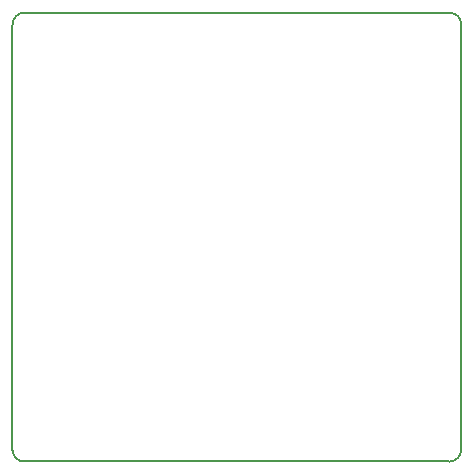
<source format=gko>
%FSLAX44Y44*%
%MOMM*%
G71*
G01*
G75*
G04 Layer_Color=16711935*
%ADD10R,0.4000X1.0000*%
%ADD11R,1.0000X0.4000*%
%ADD12R,0.7250X2.3500*%
%ADD13R,3.0000X2.1000*%
%ADD14R,1.6000X0.8000*%
%ADD15C,0.2000*%
%ADD16C,0.2540*%
%ADD17C,0.4000*%
%ADD18C,0.3000*%
%ADD19R,1.1000X0.4000*%
%ADD20R,1.9250X2.3500*%
%ADD21C,4.0000*%
G04:AMPARAMS|DCode=22|XSize=4.7mm|YSize=4mm|CornerRadius=2mm|HoleSize=0mm|Usage=FLASHONLY|Rotation=45.000|XOffset=0mm|YOffset=0mm|HoleType=Round|Shape=RoundedRectangle|*
%AMROUNDEDRECTD22*
21,1,4.7000,0.0000,0,0,45.0*
21,1,0.7000,4.0000,0,0,45.0*
1,1,4.0000,0.2475,0.2475*
1,1,4.0000,-0.2475,-0.2475*
1,1,4.0000,-0.2475,-0.2475*
1,1,4.0000,0.2475,0.2475*
%
%ADD22ROUNDEDRECTD22*%
G04:AMPARAMS|DCode=23|XSize=4.7mm|YSize=4mm|CornerRadius=2mm|HoleSize=0mm|Usage=FLASHONLY|Rotation=-45.000|XOffset=0mm|YOffset=0mm|HoleType=Round|Shape=RoundedRectangle|*
%AMROUNDEDRECTD23*
21,1,4.7000,0.0000,0,0,-45.0*
21,1,0.7000,4.0000,0,0,-45.0*
1,1,4.0000,0.2475,-0.2475*
1,1,4.0000,-0.2475,0.2475*
1,1,4.0000,-0.2475,0.2475*
1,1,4.0000,0.2475,-0.2475*
%
%ADD23ROUNDEDRECTD23*%
%ADD24C,0.5000*%
%ADD25C,0.5000*%
%ADD26C,3.6000*%
%ADD27R,0.5000X0.6000*%
%ADD28R,0.6000X0.5000*%
%ADD29R,1.1000X0.5000*%
%ADD30R,2.1844X2.4130*%
%ADD31R,0.3000X1.1000*%
%ADD32R,1.2700X0.5080*%
%ADD33R,2.4000X1.2500*%
%ADD34R,1.2000X1.2500*%
%ADD35R,0.5000X1.1000*%
%ADD36R,0.8890X1.0160*%
%ADD37C,0.8000*%
%ADD38R,0.8128X0.8128*%
%ADD39R,1.2000X1.4000*%
%ADD40R,1.2000X1.6000*%
%ADD41R,1.2954X1.6002*%
%ADD42R,1.3970X1.3970*%
%ADD43R,0.8128X0.8128*%
%ADD44O,0.3000X1.5000*%
%ADD45R,2.1800X1.7200*%
%ADD46C,4.4000*%
%ADD47C,0.1270*%
%ADD48C,1.4000*%
%ADD49C,0.1200*%
%ADD50C,0.1000*%
%ADD51R,3.2000X3.2000*%
%ADD52R,1.0750X0.6000*%
%ADD53R,1.4000X2.5500*%
%ADD54R,0.6040X1.2040*%
%ADD55R,1.2040X0.6040*%
%ADD56R,0.9290X2.5540*%
%ADD57R,3.2040X2.3040*%
%ADD58R,1.8040X1.0040*%
%ADD59C,4.2040*%
G04:AMPARAMS|DCode=60|XSize=4.904mm|YSize=4.204mm|CornerRadius=2.102mm|HoleSize=0mm|Usage=FLASHONLY|Rotation=45.000|XOffset=0mm|YOffset=0mm|HoleType=Round|Shape=RoundedRectangle|*
%AMROUNDEDRECTD60*
21,1,4.9040,0.0000,0,0,45.0*
21,1,0.7000,4.2040,0,0,45.0*
1,1,4.2040,0.2475,0.2475*
1,1,4.2040,-0.2475,-0.2475*
1,1,4.2040,-0.2475,-0.2475*
1,1,4.2040,0.2475,0.2475*
%
%ADD60ROUNDEDRECTD60*%
G04:AMPARAMS|DCode=61|XSize=4.904mm|YSize=4.204mm|CornerRadius=2.102mm|HoleSize=0mm|Usage=FLASHONLY|Rotation=-45.000|XOffset=0mm|YOffset=0mm|HoleType=Round|Shape=RoundedRectangle|*
%AMROUNDEDRECTD61*
21,1,4.9040,0.0000,0,0,-45.0*
21,1,0.7000,4.2040,0,0,-45.0*
1,1,4.2040,0.2475,-0.2475*
1,1,4.2040,-0.2475,0.2475*
1,1,4.2040,-0.2475,0.2475*
1,1,4.2040,0.2475,-0.2475*
%
%ADD61ROUNDEDRECTD61*%
%ADD62C,0.7040*%
%ADD63R,0.7040X0.8040*%
%ADD64R,0.8040X0.7040*%
%ADD65R,1.3040X0.7040*%
%ADD66R,2.3884X2.6170*%
%ADD67R,0.5040X1.3040*%
%ADD68R,1.4740X0.7120*%
%ADD69R,2.6040X1.4540*%
%ADD70R,1.4040X1.4540*%
%ADD71R,0.7040X1.3040*%
%ADD72R,1.0930X1.2200*%
%ADD73C,1.0040*%
%ADD74R,1.0168X1.0168*%
%ADD75R,1.4040X1.6040*%
%ADD76R,1.4040X1.8040*%
%ADD77R,1.4994X1.8042*%
%ADD78R,1.6010X1.6010*%
%ADD79R,1.0168X1.0168*%
%ADD80O,0.5040X1.7040*%
%ADD81R,2.3840X1.9240*%
%ADD82C,4.6040*%
%ADD83C,0.1250*%
%ADD84C,0.1524*%
D15*
X-189914Y-180000D02*
G03*
X-179914Y-190000I10000J0D01*
G01*
X-179914Y190000D02*
G03*
X-189914Y180000I0J-10000D01*
G01*
X179914Y-190000D02*
G03*
X189914Y-180000I0J10000D01*
G01*
X190000Y180000D02*
G03*
X180000Y190000I-10000J0D01*
G01*
X-179914Y189914D02*
X181000Y189914D01*
X-179914Y-189914D02*
X179914Y-189914D01*
X-190000Y-180000D02*
Y180000D01*
X190000Y-180000D02*
Y180000D01*
M02*

</source>
